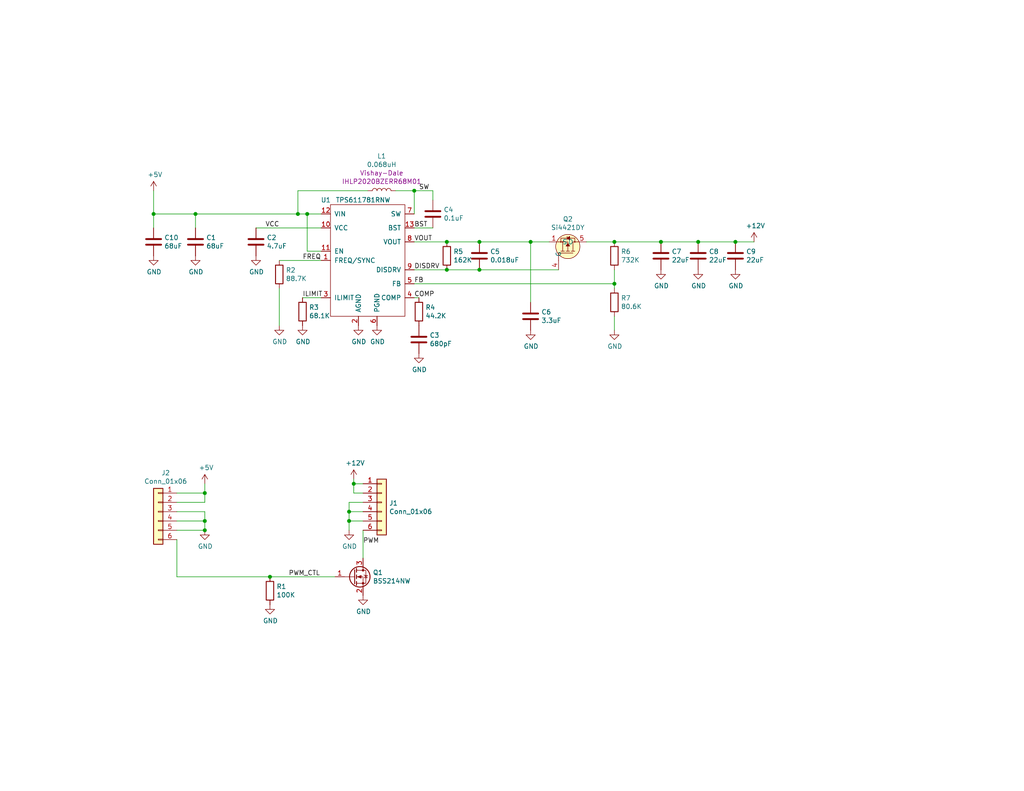
<source format=kicad_sch>
(kicad_sch (version 20230121) (generator eeschema)
  (paper "USLetter")
  (title_block (title "5V to 12V booster, 2A") (date "2018-10-31") (rev "1.1") (company "Copyright © 2018 by Aaron Williams"))
  (lib_symbols
    (symbol "12v-booster-2-rescue:Si4421DY-Aaron" (pin_names (offset 1.016))
      (property "Reference" "Q" (at 0 0 0))
      (property "Value" "Aaron_Si4421DY" (at 0 0 0))
      (symbol "Si4421DY-Aaron_0_1"
        (circle (center -1.27 0) (radius 3.302) (fill (type background)))
        (circle (center 0 -1.905) (radius 0.127))
        (circle (center 0 -1.397) (radius 0.127))
        (polyline (pts (xy 0 -1.397) (xy -2.54 -1.397)))
        (polyline (pts (xy -5.08 -2.54) (xy -3.048 -2.54) (xy -3.048 1.397)))
        (polyline (pts (xy 0 -2.54) (xy 0 0) (xy -2.54 0)))
        (polyline (pts (xy 0 2.54) (xy 0 1.397) (xy -2.54 1.397)))
        (polyline (pts (xy -0.127 -1.905) (xy 1.016 -1.905) (xy 1.016 1.397) (xy 1.016 1.905) (xy -0.127 1.905)))
        (circle (center 0 1.905) (radius 0.127))
      )
      (symbol "Si4421DY-Aaron_1_1"
        (polyline (pts (xy -2.54 -1.397) (xy -2.54 -1.905)))
        (polyline (pts (xy -2.54 -1.397) (xy -2.54 -0.889)))
        (polyline (pts (xy -2.54 0) (xy -2.54 -0.508)))
        (polyline (pts (xy -2.54 0) (xy -2.54 0.508)))
        (polyline (pts (xy -2.54 1.905) (xy -2.54 0.889)))
        (polyline (pts (xy 1.524 -0.2032) (xy 0.508 -0.2032)))
        (polyline (pts (xy -0.381 0) (xy -1.143 0.508) (xy -1.143 -0.508) (xy -0.381 0)) (fill (type outline)))
        (polyline (pts (xy 1.016 -0.254) (xy 1.524 0.508) (xy 0.508 0.508) (xy 1.016 -0.254)) (fill (type outline)))
        (pin bidirectional line (at 0 -5.08 90) (length 2.54) (name "S") (number "1"))
        (pin bidirectional line (at 0 -5.08 90) (length 2.54) hide (name "S") (number "2"))
        (pin bidirectional line (at 0 -5.08 90) (length 2.54) hide (name "S") (number "3"))
        (pin bidirectional line (at -7.62 -2.54 0) (length 2.54) (name "G") (number "4"))
        (pin bidirectional line (at 0 5.08 270) (length 2.54) (name "D") (number "5"))
        (pin bidirectional line (at 0 5.08 270) (length 2.54) hide (name "D") (number "6"))
        (pin bidirectional line (at 0 5.08 270) (length 2.54) hide (name "D") (number "7"))
        (pin bidirectional line (at 0 5.08 270) (length 2.54) hide (name "D") (number "8"))
      )
    )
    (symbol "12v-booster-2-rescue:TPS611781RNW-Aaron" (pin_names (offset 1.016))
      (property "Reference" "U" (at -8.89 16.51 0))
      (property "Value" "Aaron_TPS611781RNW" (at 2.54 16.51 0))
      (symbol "TPS611781RNW-Aaron_0_1"
        (rectangle (start 10.16 -15.24) (end -10.16 15.24))
      )
      (symbol "TPS611781RNW-Aaron_1_1"
        (pin input line (at -12.7 0 0) (length 2.54) (name "FREQ/SYNC") (number "1"))
        (pin power_out line (at -12.7 8.89 0) (length 2.54) (name "VCC") (number "10"))
        (pin input line (at -12.7 2.54 0) (length 2.54) (name "EN") (number "11"))
        (pin power_in line (at -12.7 12.7 0) (length 2.54) (name "VIN") (number "12"))
        (pin input line (at 12.7 8.89 180) (length 2.54) (name "BST") (number "13"))
        (pin power_in line (at -2.54 -17.78 90) (length 2.54) (name "AGND") (number "2"))
        (pin input line (at -12.7 -10.16 0) (length 2.54) (name "ILIMIT") (number "3"))
        (pin input line (at 12.7 -10.16 180) (length 2.54) (name "COMP") (number "4"))
        (pin input line (at 12.7 -6.35 180) (length 2.54) (name "FB") (number "5"))
        (pin power_in line (at 2.54 -17.78 90) (length 2.54) (name "PGND") (number "6"))
        (pin power_in line (at 12.7 12.7 180) (length 2.54) (name "SW") (number "7"))
        (pin power_out line (at 12.7 5.08 180) (length 2.54) (name "VOUT") (number "8"))
        (pin output line (at 12.7 -2.54 180) (length 2.54) (name "DISDRV") (number "9"))
      )
    )
    (symbol "Connector_Generic:Conn_01x06" (pin_names (offset 1.016) hide)
      (property "Reference" "J" (at 0 7.62 0))
      (property "Value" "Conn_01x06" (at 0 -10.16 0))
      (symbol "Conn_01x06_1_1"
        (rectangle (start -1.27 -7.493) (end 0 -7.747) (stroke (width 0.1524)))
        (rectangle (start -1.27 -4.953) (end 0 -5.207) (stroke (width 0.1524)))
        (rectangle (start -1.27 -2.413) (end 0 -2.667) (stroke (width 0.1524)))
        (rectangle (start -1.27 0.127) (end 0 -0.127) (stroke (width 0.1524)))
        (rectangle (start -1.27 2.667) (end 0 2.413) (stroke (width 0.1524)))
        (rectangle (start -1.27 5.207) (end 0 4.953) (stroke (width 0.1524)))
        (rectangle (start -1.27 6.35) (end 1.27 -8.89) (stroke (width 0.254)) (fill (type background)))
        (pin passive line (at -5.08 5.08 0) (length 3.81) (name "Pin_1") (number "1"))
        (pin passive line (at -5.08 2.54 0) (length 3.81) (name "Pin_2") (number "2"))
        (pin passive line (at -5.08 0 0) (length 3.81) (name "Pin_3") (number "3"))
        (pin passive line (at -5.08 -2.54 0) (length 3.81) (name "Pin_4") (number "4"))
        (pin passive line (at -5.08 -5.08 0) (length 3.81) (name "Pin_5") (number "5"))
        (pin passive line (at -5.08 -7.62 0) (length 3.81) (name "Pin_6") (number "6"))
      )
    )
    (symbol "Device:C" (pin_numbers hide) (pin_names (offset 0.254))
      (property "Reference" "C" (at 0.635 2.54 0))
      (property "Value" "C" (at 0.635 -2.54 0))
      (symbol "C_0_1"
        (polyline (pts (xy -2.032 -0.762) (xy 2.032 -0.762)) (stroke (width 0.508)))
        (polyline (pts (xy -2.032 0.762) (xy 2.032 0.762)) (stroke (width 0.508)))
      )
      (symbol "C_1_1"
        (pin passive line (at 0 3.81 270) (length 2.794) (name "~") (number "1"))
        (pin passive line (at 0 -3.81 90) (length 2.794) (name "~") (number "2"))
      )
    )
    (symbol "Device:L" (pin_numbers hide) (pin_names (offset 1.016) hide)
      (property "Reference" "L" (at -1.27 0 90))
      (property "Value" "L" (at 1.905 0 90))
      (symbol "L_0_1"
        (arc (start 0 -2.54) (mid 0.6323 -1.905) (end 0 -1.27))
        (arc (start 0 -1.27) (mid 0.6323 -0.635) (end 0 0))
        (arc (start 0 0) (mid 0.6323 0.635) (end 0 1.27))
        (arc (start 0 1.27) (mid 0.6323 1.905) (end 0 2.54))
      )
      (symbol "L_1_1"
        (pin passive line (at 0 3.81 270) (length 1.27) (name "1") (number "1"))
        (pin passive line (at 0 -3.81 90) (length 1.27) (name "2") (number "2"))
      )
    )
    (symbol "Device:R" (pin_numbers hide) (pin_names (offset 0))
      (property "Reference" "R" (at 2.032 0 90))
      (property "Value" "R" (at 0 0 90))
      (symbol "R_0_1"
        (rectangle (start -1.016 -2.54) (end 1.016 2.54) (stroke (width 0.254)))
      )
      (symbol "R_1_1"
        (pin passive line (at 0 3.81 270) (length 1.27) (name "~") (number "1"))
        (pin passive line (at 0 -3.81 90) (length 1.27) (name "~") (number "2"))
      )
    )
    (symbol "Transistor_FET:BSS214NW" (pin_names hide)
      (property "Reference" "Q" (at 5.08 1.905 0))
      (property "Value" "BSS214NW" (at 5.08 0 0))
      (symbol "BSS214NW_0_1"
        (polyline (pts (xy 0.254 0) (xy -2.54 0)))
        (polyline (pts (xy 0.254 1.905) (xy 0.254 -1.905)) (stroke (width 0.254)))
        (polyline (pts (xy 0.762 -1.27) (xy 0.762 -2.286)) (stroke (width 0.254)))
        (polyline (pts (xy 0.762 0.508) (xy 0.762 -0.508)) (stroke (width 0.254)))
        (polyline (pts (xy 0.762 2.286) (xy 0.762 1.27)) (stroke (width 0.254)))
        (polyline (pts (xy 2.54 2.54) (xy 2.54 1.778)))
        (polyline (pts (xy 2.54 -2.54) (xy 2.54 0) (xy 0.762 0)))
        (polyline (pts (xy 0.762 -1.778) (xy 3.302 -1.778) (xy 3.302 1.778) (xy 0.762 1.778)))
        (polyline (pts (xy 1.016 0) (xy 2.032 0.381) (xy 2.032 -0.381) (xy 1.016 0)) (fill (type outline)))
        (polyline (pts (xy 2.794 0.508) (xy 2.921 0.381) (xy 3.683 0.381) (xy 3.81 0.254)))
        (polyline (pts (xy 3.302 0.381) (xy 2.921 -0.254) (xy 3.683 -0.254) (xy 3.302 0.381)))
        (circle (center 1.651 0) (radius 2.794) (stroke (width 0.254)))
        (circle (center 2.54 -1.778) (radius 0.254) (fill (type outline)))
        (circle (center 2.54 1.778) (radius 0.254) (fill (type outline)))
      )
      (symbol "BSS214NW_1_1"
        (pin input line (at -5.08 0 0) (length 2.54) (name "G") (number "1"))
        (pin passive line (at 2.54 -5.08 90) (length 2.54) (name "S") (number "2"))
        (pin passive line (at 2.54 5.08 270) (length 2.54) (name "D") (number "3"))
      )
    )
    (symbol "power:+12V" (power) (pin_names (offset 0))
      (property "Value" "+12V" (at 0 3.556 0))
      (symbol "+12V_0_1"
        (polyline (pts (xy -0.762 1.27) (xy 0 2.54)))
        (polyline (pts (xy 0 0) (xy 0 2.54)))
        (polyline (pts (xy 0 2.54) (xy 0.762 1.27)))
      )
      (symbol "+12V_1_1"
        (pin power_in line (at 0 0 90) (length 0) hide (name "+12V") (number "1"))
      )
    )
    (symbol "power:+5V" (power) (pin_names (offset 0))
      (property "Value" "+5V" (at 0 3.556 0))
      (symbol "+5V_0_1"
        (polyline (pts (xy -0.762 1.27) (xy 0 2.54)))
        (polyline (pts (xy 0 0) (xy 0 2.54)))
        (polyline (pts (xy 0 2.54) (xy 0.762 1.27)))
      )
      (symbol "+5V_1_1"
        (pin power_in line (at 0 0 90) (length 0) hide (name "+5V") (number "1"))
      )
    )
    (symbol "power:GND" (power) (pin_names (offset 0))
      (property "Value" "GND" (at 0 -3.81 0))
      (symbol "GND_0_1"
        (polyline (pts (xy 0 0) (xy 0 -1.27) (xy 1.27 -1.27) (xy 0 -2.54) (xy -1.27 -1.27) (xy 0 -1.27)))
      )
      (symbol "GND_1_1"
        (pin power_in line (at 0 0 270) (length 0) hide (name "GND") (number "1"))
      )
    )
  )
  (junction (at 144.78 66.04))
  (junction (at 53.34 58.42))
  (junction (at 190.5 66.04))
  (junction (at 167.64 77.47))
  (junction (at 121.92 66.04))
  (junction (at 180.34 66.04))
  (junction (at 96.52 132.08))
  (junction (at 81.28 58.42))
  (junction (at 83.82 58.42))
  (junction (at 121.92 73.66))
  (junction (at 55.88 144.78))
  (junction (at 55.88 134.62))
  (junction (at 130.81 66.04))
  (junction (at 167.64 66.04))
  (junction (at 41.91 58.42))
  (junction (at 55.88 142.24))
  (junction (at 113.03 52.07))
  (junction (at 95.25 139.7))
  (junction (at 130.81 73.66))
  (junction (at 200.66 66.04))
  (junction (at 73.66 157.48))
  (junction (at 95.25 142.24))
  (wire (pts (xy 53.34 58.42) (xy 53.34 62.23)))
  (wire (pts (xy 53.34 58.42) (xy 41.91 58.42)))
  (wire (pts (xy 99.06 137.16) (xy 95.25 137.16)))
  (wire (pts (xy 48.26 157.48) (xy 73.66 157.48)))
  (wire (pts (xy 55.88 139.7) (xy 48.26 139.7)))
  (wire (pts (xy 73.66 157.48) (xy 91.44 157.48)))
  (wire (pts (xy 130.81 73.66) (xy 121.92 73.66)))
  (wire (pts (xy 160.02 66.04) (xy 167.64 66.04)))
  (wire (pts (xy 144.78 66.04) (xy 130.81 66.04)))
  (wire (pts (xy 83.82 68.58) (xy 83.82 58.42)))
  (wire (pts (xy 41.91 52.07) (xy 41.91 58.42)))
  (wire (pts (xy 55.88 144.78) (xy 48.26 144.78)))
  (wire (pts (xy 96.52 132.08) (xy 99.06 132.08)))
  (wire (pts (xy 190.5 66.04) (xy 200.66 66.04)))
  (wire (pts (xy 95.25 139.7) (xy 95.25 142.24)))
  (wire (pts (xy 99.06 152.4) (xy 99.06 144.78)))
  (wire (pts (xy 167.64 73.66) (xy 167.64 77.47)))
  (wire (pts (xy 87.63 68.58) (xy 83.82 68.58)))
  (wire (pts (xy 113.03 52.07) (xy 113.03 58.42)))
  (wire (pts (xy 118.11 52.07) (xy 113.03 52.07)))
  (wire (pts (xy 82.55 81.28) (xy 87.63 81.28)))
  (wire (pts (xy 121.92 66.04) (xy 130.81 66.04)))
  (wire (pts (xy 167.64 90.17) (xy 167.64 86.36)))
  (wire (pts (xy 55.88 137.16) (xy 48.26 137.16)))
  (wire (pts (xy 95.25 142.24) (xy 95.25 144.78)))
  (wire (pts (xy 69.85 62.23) (xy 87.63 62.23)))
  (wire (pts (xy 144.78 66.04) (xy 144.78 82.55)))
  (wire (pts (xy 55.88 134.62) (xy 55.88 132.08)))
  (wire (pts (xy 81.28 58.42) (xy 81.28 52.07)))
  (wire (pts (xy 113.03 62.23) (xy 118.11 62.23)))
  (wire (pts (xy 81.28 58.42) (xy 83.82 58.42)))
  (wire (pts (xy 76.2 88.9) (xy 76.2 78.74)))
  (wire (pts (xy 48.26 142.24) (xy 55.88 142.24)))
  (wire (pts (xy 152.4 73.66) (xy 130.81 73.66)))
  (wire (pts (xy 55.88 144.78) (xy 55.88 142.24)))
  (wire (pts (xy 96.52 134.62) (xy 96.52 132.08)))
  (wire (pts (xy 55.88 134.62) (xy 55.88 137.16)))
  (wire (pts (xy 53.34 58.42) (xy 81.28 58.42)))
  (wire (pts (xy 149.86 66.04) (xy 144.78 66.04)))
  (wire (pts (xy 167.64 66.04) (xy 180.34 66.04)))
  (wire (pts (xy 81.28 52.07) (xy 100.33 52.07)))
  (wire (pts (xy 99.06 142.24) (xy 95.25 142.24)))
  (wire (pts (xy 76.2 71.12) (xy 87.63 71.12)))
  (wire (pts (xy 99.06 139.7) (xy 95.25 139.7)))
  (wire (pts (xy 180.34 66.04) (xy 190.5 66.04)))
  (wire (pts (xy 99.06 134.62) (xy 96.52 134.62)))
  (wire (pts (xy 167.64 77.47) (xy 167.64 78.74)))
  (wire (pts (xy 113.03 77.47) (xy 167.64 77.47)))
  (wire (pts (xy 121.92 73.66) (xy 113.03 73.66)))
  (wire (pts (xy 114.3 81.28) (xy 113.03 81.28)))
  (wire (pts (xy 55.88 142.24) (xy 55.88 139.7)))
  (wire (pts (xy 83.82 58.42) (xy 87.63 58.42)))
  (wire (pts (xy 118.11 54.61) (xy 118.11 52.07)))
  (wire (pts (xy 113.03 66.04) (xy 121.92 66.04)))
  (wire (pts (xy 41.91 58.42) (xy 41.91 62.23)))
  (wire (pts (xy 96.52 130.81) (xy 96.52 132.08)))
  (wire (pts (xy 200.66 66.04) (xy 205.74 66.04)))
  (wire (pts (xy 48.26 147.32) (xy 48.26 157.48)))
  (wire (pts (xy 107.95 52.07) (xy 113.03 52.07)))
  (wire (pts (xy 48.26 134.62) (xy 55.88 134.62)))
  (wire (pts (xy 95.25 137.16) (xy 95.25 139.7)))
  (label "COMP" (at 113.03 81.28 0))
  (label "VOUT" (at 113.03 66.04 0))
  (label "VCC" (at 72.39 62.23 0))
  (label "ILIMIT" (at 82.55 81.28 0))
  (label "DISDRV" (at 113.03 73.66 0))
  (label "PWM_CTL" (at 78.74 157.48 0))
  (label "BST" (at 113.03 62.23 0))
  (label "FREQ" (at 82.55 71.12 0))
  (label "PWM" (at 99.06 148.59 0))
  (label "SW" (at 114.3 52.07 0))
  (label "FB" (at 113.03 77.47 0))
  (symbol (lib_id "Device:L") (at 104.14 52.07 90) (unit 1)
    (property "Reference" "L1" (at 104.14 42.6212 90))
    (property "Value" "0.068uH" (at 104.14 44.9326 90))
    (property "Footprint" "Inductor_SMD:L_Vishay_IHLP-2020" (effects hide))
    (property "Datasheet" "https://www.vishay.com/docs/34253/ihlp-2020bz-01.pdf" (effects hide))
    (property "MFR" "Vishay-Dale" (at 104.14 47.244 90))
    (property "MPN" "IHLP2020BZERR68M01" (at 104.14 49.5554 90))
    (property "SPR" "Digikey" (effects hide))
    (property "SPN" "541-1086-1-ND" (effects hide))
    (property "SPURL" "https://www.digikey.com/products/en/inductors-coils-chokes/fixed-inductors/71?k=IHLP2020BZERR68M01&k=&pkeyword=IHLP2020BZERR68M01&pv7=2&sf=0&quantity=&ColumnSort=0&page=1&pageSize=25" (effects hide))
  )
  (symbol (lib_id "power:+5V") (at 41.91 52.07 0) (unit 1)
    (property "Reference" "#PWR01" (effects hide))
    (property "Value" "+5V" (at 42.291 47.6758 0))
  )
  (symbol (lib_id "power:GND") (at 69.85 69.85 0) (unit 1)
    (property "Reference" "#PWR05" (effects hide))
    (property "Value" "GND" (at 69.977 74.2442 0))
  )
  (symbol (lib_id "Device:C") (at 53.34 66.04 0) (unit 1)
    (property "Reference" "C1" (at 56.261 64.8716 0) (effects (justify left)))
    (property "Value" "68uF" (at 56.261 67.183 0) (effects (justify left)))
    (property "Footprint" "Capacitor_SMD:C_1206_3216Metric" (effects hide))
    (property "Datasheet" "https://product.tdk.com/info/en/catalog/datasheets/mlcc_commercial_general_en.pdf" (effects hide))
    (property "MFR" "Vishay" (effects hide))
    (property "MPN" "C3216X5R1A686M160AC" (effects hide))
    (property "SPR" "Digikey" (effects hide))
    (property "SPN" "445-14673-1-ND" (effects hide))
    (property "SPURL" "https://www.digikey.com/product-detail/en/tdk-corporation/C3216X5R1A686M160AC/445-14673-1-ND/3956339" (effects hide))
  )
  (symbol (lib_id "power:GND") (at 53.34 69.85 0) (unit 1)
    (property "Reference" "#PWR02" (effects hide))
    (property "Value" "GND" (at 53.467 74.2442 0))
  )
  (symbol (lib_id "Connector_Generic:Conn_01x06") (at 43.18 139.7 0) (mirror y) (unit 1)
    (property "Reference" "J2" (at 45.212 129.1082 0))
    (property "Value" "Conn_01x06" (at 45.212 131.4196 0))
    (property "Footprint" "Connector_PinHeader_2.54mm:PinHeader_1x06_P2.54mm_Vertical" (effects hide))
    (property "MFR" "-" (effects hide))
    (property "MPN" "-" (effects hide))
    (property "SPR" "-" (effects hide))
    (property "SPN" "-" (effects hide))
    (property "SPURL" "-" (effects hide))
  )
  (symbol (lib_id "Connector_Generic:Conn_01x06") (at 104.14 137.16 0) (unit 1)
    (property "Reference" "J1" (at 106.172 137.3632 0) (effects (justify left)))
    (property "Value" "Conn_01x06" (at 106.172 139.6746 0) (effects (justify left)))
    (property "Footprint" "Connector_PinHeader_2.54mm:PinHeader_1x06_P2.54mm_Vertical" (effects hide))
    (property "MFR" "-" (effects hide))
    (property "MPN" "-" (effects hide))
    (property "SPR" "-" (effects hide))
    (property "SPN" "-" (effects hide))
    (property "SPURL" "-" (effects hide))
  )
  (symbol (lib_id "Device:C") (at 41.91 66.04 0) (unit 1)
    (property "Reference" "C10" (at 44.831 64.8716 0) (effects (justify left)))
    (property "Value" "68uF" (at 44.831 67.183 0) (effects (justify left)))
    (property "Footprint" "Capacitor_SMD:C_1206_3216Metric" (effects hide))
    (property "Datasheet" "https://product.tdk.com/info/en/catalog/datasheets/mlcc_commercial_general_en.pdf" (effects hide))
    (property "MFR" "Vishay" (effects hide))
    (property "MPN" "C3216X5R1A686M160AC" (effects hide))
    (property "SPR" "Digikey" (effects hide))
    (property "SPN" "445-14673-1-ND" (effects hide))
    (property "SPURL" "-https://www.digikey.com/product-detail/en/tdk-corporation/C3216X5R1A686M160AC/445-14673-1-ND/3956339" (effects hide))
  )
  (symbol (lib_id "power:GND") (at 41.91 69.85 0) (unit 1)
    (property "Reference" "#PWR021" (effects hide))
    (property "Value" "GND" (at 42.037 74.2442 0))
  )
  (symbol (lib_id "power:+5V") (at 55.88 132.08 0) (unit 1)
    (property "Reference" "#PWR03" (effects hide))
    (property "Value" "+5V" (at 56.261 127.6858 0))
  )
  (symbol (lib_id "power:GND") (at 55.88 144.78 0) (unit 1)
    (property "Reference" "#PWR04" (effects hide))
    (property "Value" "GND" (at 56.007 149.1742 0))
  )
  (symbol (lib_id "power:+12V") (at 96.52 130.81 0) (unit 1)
    (property "Reference" "#PWR010" (effects hide))
    (property "Value" "+12V" (at 96.901 126.4158 0))
  )
  (symbol (lib_id "power:GND") (at 95.25 144.78 0) (unit 1)
    (property "Reference" "#PWR09" (effects hide))
    (property "Value" "GND" (at 95.377 149.1742 0))
  )
  (symbol (lib_id "Transistor_FET:BSS214NW") (at 96.52 157.48 0) (unit 1)
    (property "Reference" "Q1" (at 101.727 156.3116 0) (effects (justify left)))
    (property "Value" "BSS214NW" (at 101.727 158.623 0) (effects (justify left)))
    (property "Footprint" "Package_TO_SOT_SMD:SOT-323_SC-70" (effects hide))
    (property "Datasheet" "https://www.infineon.com/dgdl/Infineon-BSS214NW-DS-v02_02-en.pdf?fileId=db3a30431b3e89eb011b695aebc01bde" (effects hide))
    (property "MFR" "Infineon" (effects hide))
    (property "MPN" "BSS214NWH6327XTSA1" (effects hide))
    (property "SPR" "Digikey" (effects hide))
    (property "SPN" "BSS214NWH6327XTSA1CT-ND" (effects hide))
    (property "SPURL" "https://www.digikey.com/products/en/discrete-semiconductor-products/transistors-fets-mosfets-single/278?k=BSS214NW&k=&pkeyword=BSS214NW&pv7=2&sf=0&quantity=&ColumnSort=0&page=1&pageSize=25" (effects hide))
  )
  (symbol (lib_id "12v-booster-2-rescue:Si4421DY-Aaron") (at 154.94 66.04 270) (mirror x) (unit 1)
    (property "Reference" "Q2" (at 154.94 59.817 90))
    (property "Value" "Si4421DY" (at 154.94 62.1284 90))
    (property "Footprint" "Aaron:SOIC127P600X175-8N" (effects hide))
    (property "Datasheet" "http://www.vishay.com/docs/72114/si4421dy.pdf" (effects hide))
    (property "MFR" "Vishay" (effects hide))
    (property "MPN" "SI4421DY-T1-E3" (effects hide))
    (property "SPR" "Digikey" (effects hide))
    (property "SPN" "SI4421DY-T1-E3CT-ND" (effects hide))
    (property "SPURL" "https://www.digikey.com/products/en/discrete-semiconductor-products/transistors-fets-mosfets-single/278?k=Si4421DY&k=&pkeyword=Si4421DY&pv7=2&sf=0&quantity=&ColumnSort=0&page=1&stock=1&nstock=1&pageSize=25" (effects hide))
  )
  (symbol (lib_id "power:GND") (at 99.06 162.56 0) (unit 1)
    (property "Reference" "#PWR012" (effects hide))
    (property "Value" "GND" (at 99.187 166.9542 0))
  )
  (symbol (lib_id "Device:R") (at 73.66 161.29 0) (unit 1)
    (property "Reference" "R1" (at 75.438 160.1216 0) (effects (justify left)))
    (property "Value" "100K" (at 75.438 162.433 0) (effects (justify left)))
    (property "Footprint" "Resistor_SMD:R_0603_1608Metric" (effects hide))
    (property "Datasheet" "http://www.yageo.com/documents/recent/PYu-RC_Group_51_RoHS_L_9.pdf" (effects hide))
    (property "MFR" "Yageo" (effects hide))
    (property "MPN" "RC0603JR-07100KL" (effects hide))
    (property "SPR" "Digikey" (effects hide))
    (property "SPN" "311-100KGRCT-ND" (effects hide))
    (property "SPURL" "https://www.digikey.com/product-detail/en/yageo/RC0603JR-07100KL/311-100KGRCT-ND/729645" (effects hide))
  )
  (symbol (lib_id "power:GND") (at 73.66 165.1 0) (unit 1)
    (property "Reference" "#PWR06" (effects hide))
    (property "Value" "GND" (at 73.787 169.4942 0))
  )
  (symbol (lib_id "12v-booster-2-rescue:TPS611781RNW-Aaron") (at 100.33 71.12 0) (unit 1)
    (property "Reference" "U1" (at 88.9 54.61 0))
    (property "Value" "TPS611781RNW" (at 99.06 54.61 0))
    (property "Footprint" "Aaron:Texas_13_3.0x3.5mm_VQFN_Hotrod_Pitch_0.5mm" (effects hide))
    (property "Datasheet" "http://www.ti.com/lit/ds/symlink/tps61178.pdf" (effects hide))
    (property "MFR" "Texas Instruments" (effects hide))
    (property "MPN" "TPS611781RNWR" (effects hide))
    (property "SPR" "Digikey" (effects hide))
    (property "SPN" "296-48313-1-ND" (effects hide))
    (property "SPURL" "-" (effects hide))
  )
  (symbol (lib_id "Device:C") (at 69.85 66.04 0) (unit 1)
    (property "Reference" "C2" (at 72.771 64.8716 0) (effects (justify left)))
    (property "Value" "4.7uF" (at 72.771 67.183 0) (effects (justify left)))
    (property "Footprint" "Capacitor_SMD:C_0603_1608Metric" (effects hide))
    (property "Datasheet" "https://product.tdk.com/info/en/catalog/datasheets/mlcc_commercial_general_en.pdf" (effects hide))
    (property "MFR" "TDK" (effects hide))
    (property "MPN" "C1608X5R1E475K080AC" (effects hide))
    (property "SPR" "Digikey" (effects hide))
    (property "SPN" "445-9050-1-ND" (effects hide))
    (property "SPURL" "-" (effects hide))
  )
  (symbol (lib_id "Device:C") (at 118.11 58.42 0) (unit 1)
    (property "Reference" "C4" (at 121.031 57.2516 0) (effects (justify left)))
    (property "Value" "0.1uF" (at 121.031 59.563 0) (effects (justify left)))
    (property "Footprint" "Capacitor_SMD:C_0603_1608Metric" (effects hide))
    (property "Datasheet" "http://www.samsungsem.com/kr/support/product-search/mlcc/CL10B104KO8WPNC.jsp" (effects hide))
    (property "MFR" "Samsung" (effects hide))
    (property "MPN" "CL10B104KO8WPNC" (effects hide))
    (property "SPR" "Digikey" (effects hide))
    (property "SPN" "1276-6582-1-ND" (effects hide))
    (property "SPURL" "https://www.digikey.com/product-detail/en/samsung-electro-mechanics/CL10B104KO8WPNC/1276-6582-1-ND/5961441" (effects hide))
  )
  (symbol (lib_id "Device:C") (at 114.3 92.71 0) (unit 1)
    (property "Reference" "C3" (at 117.221 91.5416 0) (effects (justify left)))
    (property "Value" "680pF" (at 117.221 93.853 0) (effects (justify left)))
    (property "Footprint" "Capacitor_SMD:C_0603_1608Metric" (effects hide))
    (property "Datasheet" "https://katalog.we-online.de/pbs/datasheet/885012206107.pdf" (effects hide))
    (property "MFR" "Wurth" (effects hide))
    (property "MPN" "885012206107" (effects hide))
    (property "SPR" "Digikey" (effects hide))
    (property "SPN" "732-12237-1-ND" (effects hide))
    (property "SPURL" "https://www.digikey.com/product-detail/en/wurth-electronics-inc/885012206107/732-12237-1-ND/9346257" (effects hide))
  )
  (symbol (lib_id "Device:R") (at 114.3 85.09 0) (unit 1)
    (property "Reference" "R4" (at 116.078 83.9216 0) (effects (justify left)))
    (property "Value" "44.2K" (at 116.078 86.233 0) (effects (justify left)))
    (property "Footprint" "Resistor_SMD:R_0603_1608Metric" (effects hide))
    (property "Datasheet" "http://www.yageo.com/documents/recent/PYu-RC_Group_51_RoHS_L_9.pdf" (effects hide))
    (property "MFR" "Yageo" (effects hide))
    (property "MPN" "RC0603FR-0744K2L" (effects hide))
    (property "SPR" "Digikey" (effects hide))
    (property "SPN" "311-44.2KHRCT-ND" (effects hide))
    (property "SPURL" "https://www.digikey.com/product-detail/en/yageo/RC0603FR-0744K2L/311-44.2KHRCT-ND/730188" (effects hide))
  )
  (symbol (lib_id "power:GND") (at 114.3 96.52 0) (unit 1)
    (property "Reference" "#PWR014" (effects hide))
    (property "Value" "GND" (at 114.427 100.9142 0))
  )
  (symbol (lib_id "Device:C") (at 130.81 69.85 0) (unit 1)
    (property "Reference" "C5" (at 133.731 68.6816 0) (effects (justify left)))
    (property "Value" "0.018uF" (at 133.731 70.993 0) (effects (justify left)))
    (property "Footprint" "Capacitor_SMD:C_0603_1608Metric" (effects hide))
    (property "Datasheet" "https://api.kemet.com/component-edge/download/datasheet/C0603C183J3RACTU.pdf" (effects hide))
    (property "MFR" "Kemet" (effects hide))
    (property "MPN" "C0603C183J3RAC7867" (effects hide))
    (property "SPR" "Digikey" (effects hide))
    (property "SPN" "399-17400-6-ND" (effects hide))
    (property "SPURL" "https://www.digikey.com/product-detail/en/kemet/C0603C183J3RAC7867/399-17400-6-ND/8570509" (effects hide))
  )
  (symbol (lib_id "Device:R") (at 121.92 69.85 0) (unit 1)
    (property "Reference" "R5" (at 123.698 68.6816 0) (effects (justify left)))
    (property "Value" "162K" (at 123.698 70.993 0) (effects (justify left)))
    (property "Footprint" "Resistor_SMD:R_0603_1608Metric" (effects hide))
    (property "Datasheet" "http://www.vishay.com/docs/28758/tnpw_e3.pdf" (effects hide))
    (property "MFR" "Vishay-Dale" (effects hide))
    (property "MPN" "TNPW0603162KBEEA" (effects hide))
    (property "SPR" "Digikey" (effects hide))
    (property "SPN" "541-3170-1-ND" (effects hide))
    (property "SPURL" "https://www.digikey.com/product-detail/en/vishay-dale/TNPW0603162KBEEA/541-3170-1-ND/6532812" (effects hide))
  )
  (symbol (lib_id "Device:C") (at 144.78 86.36 0) (unit 1)
    (property "Reference" "C6" (at 147.701 85.1916 0) (effects (justify left)))
    (property "Value" "3.3uF" (at 147.701 87.503 0) (effects (justify left)))
    (property "Footprint" "Capacitor_SMD:C_0603_1608Metric" (effects hide))
    (property "MFR" "TDK" (effects hide))
    (property "MPN" "C1608X5R1V335K080AC" (effects hide))
    (property "SPR" "Digikey" (effects hide))
    (property "SPN" "445-14167-1-ND" (effects hide))
    (property "SPURL" "-" (effects hide))
  )
  (symbol (lib_id "power:GND") (at 144.78 90.17 0) (unit 1)
    (property "Reference" "#PWR015" (effects hide))
    (property "Value" "GND" (at 144.907 94.5642 0))
  )
  (symbol (lib_id "Device:R") (at 167.64 69.85 0) (unit 1)
    (property "Reference" "R6" (at 169.418 68.6816 0) (effects (justify left)))
    (property "Value" "732K" (at 169.418 70.993 0) (effects (justify left)))
    (property "Footprint" "Resistor_SMD:R_0603_1608Metric" (effects hide))
    (property "Datasheet" "http://www.yageo.com/documents/recent/PYu-RC_Group_51_RoHS_L_9.pdf" (effects hide))
    (property "MFR" "Yageo" (effects hide))
    (property "MPN" "RC0603FR-07732KL" (effects hide))
    (property "SPR" "Digikey" (effects hide))
    (property "SPN" "311-732KHRCT-ND" (effects hide))
    (property "SPURL" "https://www.digikey.com/product-detail/en/yageo/RC0603FR-07732KL/311-732KHRCT-ND/730323" (effects hide))
  )
  (symbol (lib_id "Device:R") (at 167.64 82.55 0) (unit 1)
    (property "Reference" "R7" (at 169.418 81.3816 0) (effects (justify left)))
    (property "Value" "80.6K" (at 169.418 83.693 0) (effects (justify left)))
    (property "Footprint" "Resistor_SMD:R_0603_1608Metric" (effects hide))
    (property "Datasheet" "http://www.vishay.com/docs/20035/dcrcwe3.pdf" (effects hide))
    (property "MFR" "Vishay-Dale" (effects hide))
    (property "MPN" "CRCW060380K6FKEA" (effects hide))
    (property "SPR" "Digikey" (effects hide))
    (property "SPN" "541-80.6KHCT-ND" (effects hide))
    (property "SPURL" "https://www.digikey.com/product-detail/en/vishay-dale/CRCW060380K6FKEA/541-80.6KHCT-ND/1180027" (effects hide))
  )
  (symbol (lib_id "Device:C") (at 180.34 69.85 0) (unit 1)
    (property "Reference" "C7" (at 183.261 68.6816 0) (effects (justify left)))
    (property "Value" "22uF" (at 183.261 70.993 0) (effects (justify left)))
    (property "Footprint" "Capacitor_SMD:C_0805_2012Metric" (effects hide))
    (property "MFR" "TDK" (effects hide))
    (property "MPN" "C2012X5R1V226M125AC" (effects hide))
    (property "SPR" "Digikey" (effects hide))
    (property "SPN" "445-14428-1-ND" (effects hide))
    (property "SPURL" "-" (effects hide))
  )
  (symbol (lib_id "power:GND") (at 167.64 90.17 0) (unit 1)
    (property "Reference" "#PWR016" (effects hide))
    (property "Value" "GND" (at 167.767 94.5642 0))
  )
  (symbol (lib_id "power:GND") (at 180.34 73.66 0) (unit 1)
    (property "Reference" "#PWR017" (effects hide))
    (property "Value" "GND" (at 180.467 78.0542 0))
  )
  (symbol (lib_id "power:+12V") (at 205.74 66.04 0) (unit 1)
    (property "Reference" "#PWR020" (effects hide))
    (property "Value" "+12V" (at 206.121 61.6458 0))
  )
  (symbol (lib_id "Device:C") (at 190.5 69.85 0) (unit 1)
    (property "Reference" "C8" (at 193.421 68.6816 0) (effects (justify left)))
    (property "Value" "22uF" (at 193.421 70.993 0) (effects (justify left)))
    (property "Footprint" "Capacitor_SMD:C_0805_2012Metric" (effects hide))
    (property "MFR" "TDK" (effects hide))
    (property "MPN" "C2012X5R1V226M125AC" (effects hide))
    (property "SPR" "Digikey" (effects hide))
    (property "SPN" "445-14428-1-ND" (effects hide))
    (property "SPURL" "-" (effects hide))
  )
  (symbol (lib_id "Device:C") (at 200.66 69.85 0) (unit 1)
    (property "Reference" "C9" (at 203.581 68.6816 0) (effects (justify left)))
    (property "Value" "22uF" (at 203.581 70.993 0) (effects (justify left)))
    (property "Footprint" "Capacitor_SMD:C_0805_2012Metric" (effects hide))
    (property "MFR" "TDK" (effects hide))
    (property "MPN" "C2012X5R1V226M125AC" (effects hide))
    (property "SPR" "Digikey" (effects hide))
    (property "SPN" "445-14428-1-ND" (effects hide))
    (property "SPURL" "-" (effects hide))
  )
  (symbol (lib_id "power:GND") (at 190.5 73.66 0) (unit 1)
    (property "Reference" "#PWR018" (effects hide))
    (property "Value" "GND" (at 190.627 78.0542 0))
  )
  (symbol (lib_id "power:GND") (at 200.66 73.66 0) (unit 1)
    (property "Reference" "#PWR019" (effects hide))
    (property "Value" "GND" (at 200.787 78.0542 0))
  )
  (symbol (lib_id "Device:R") (at 76.2 74.93 0) (unit 1)
    (property "Reference" "R2" (at 77.978 73.7616 0) (effects (justify left)))
    (property "Value" "88.7K" (at 77.978 76.073 0) (effects (justify left)))
    (property "Footprint" "Resistor_SMD:R_0603_1608Metric" (effects hide))
    (property "Datasheet" "http://www.yageo.com/documents/recent/PYu-RC_Group_51_RoHS_L_9.pdf" (effects hide))
    (property "MFR" "Yageo" (effects hide))
    (property "MPN" "RC0603FR-0788K7L" (effects hide))
    (property "SPR" "Digikey" (effects hide))
    (property "SPN" "311-88.7KHRCT-ND" (effects hide))
    (property "SPURL" "https://www.digikey.com/product-detail/en/yageo/RC0603FR-0788K7L/311-88.7KHRCT-ND/730362" (effects hide))
  )
  (symbol (lib_id "power:GND") (at 76.2 88.9 0) (unit 1)
    (property "Reference" "#PWR07" (effects hide))
    (property "Value" "GND" (at 76.327 93.2942 0))
  )
  (symbol (lib_id "Device:R") (at 82.55 85.09 0) (unit 1)
    (property "Reference" "R3" (at 84.328 83.9216 0) (effects (justify left)))
    (property "Value" "68.1K" (at 84.328 86.233 0) (effects (justify left)))
    (property "Footprint" "Resistor_SMD:R_0603_1608Metric" (effects hide))
    (property "Datasheet" "http://www.yageo.com/documents/recent/PYu-RC_Group_51_RoHS_L_9.pdf" (effects hide))
    (property "MFR" "Yageo" (effects hide))
    (property "MPN" "RC0603FR-0768K1L" (effects hide))
    (property "SPR" "Digikey" (effects hide))
    (property "SPN" "311-68.1KHRCT-ND" (effects hide))
    (property "SPURL" "https://www.digikey.com/product-detail/en/yageo/RC0603FR-0768K1L/311-68.1KHRCT-ND/730301" (effects hide))
  )
  (symbol (lib_id "power:GND") (at 82.55 88.9 0) (unit 1)
    (property "Reference" "#PWR08" (effects hide))
    (property "Value" "GND" (at 82.677 93.2942 0))
  )
  (symbol (lib_id "power:GND") (at 97.79 88.9 0) (unit 1)
    (property "Reference" "#PWR011" (effects hide))
    (property "Value" "GND" (at 97.917 93.2942 0))
  )
  (symbol (lib_id "power:GND") (at 102.87 88.9 0) (unit 1)
    (property "Reference" "#PWR013" (effects hide))
    (property "Value" "GND" (at 102.997 93.2942 0))
  )
)
</source>
